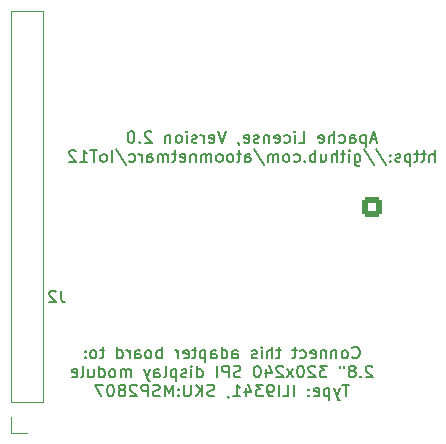
<source format=gbo>
G04 #@! TF.GenerationSoftware,KiCad,Pcbnew,(6.0.9)*
G04 #@! TF.CreationDate,2022-11-19T16:43:32+01:00*
G04 #@! TF.ProjectId,Display Adapter,44697370-6c61-4792-9041-646170746572,V1.0*
G04 #@! TF.SameCoordinates,Original*
G04 #@! TF.FileFunction,Legend,Bot*
G04 #@! TF.FilePolarity,Positive*
%FSLAX46Y46*%
G04 Gerber Fmt 4.6, Leading zero omitted, Abs format (unit mm)*
G04 Created by KiCad (PCBNEW (6.0.9)) date 2022-11-19 16:43:32*
%MOMM*%
%LPD*%
G01*
G04 APERTURE LIST*
G04 Aperture macros list*
%AMRoundRect*
0 Rectangle with rounded corners*
0 $1 Rounding radius*
0 $2 $3 $4 $5 $6 $7 $8 $9 X,Y pos of 4 corners*
0 Add a 4 corners polygon primitive as box body*
4,1,4,$2,$3,$4,$5,$6,$7,$8,$9,$2,$3,0*
0 Add four circle primitives for the rounded corners*
1,1,$1+$1,$2,$3*
1,1,$1+$1,$4,$5*
1,1,$1+$1,$6,$7*
1,1,$1+$1,$8,$9*
0 Add four rect primitives between the rounded corners*
20,1,$1+$1,$2,$3,$4,$5,0*
20,1,$1+$1,$4,$5,$6,$7,0*
20,1,$1+$1,$6,$7,$8,$9,0*
20,1,$1+$1,$8,$9,$2,$3,0*%
G04 Aperture macros list end*
%ADD10C,0.150000*%
%ADD11C,0.120000*%
%ADD12RoundRect,0.250000X-0.600000X0.600000X-0.600000X-0.600000X0.600000X-0.600000X0.600000X0.600000X0*%
%ADD13C,1.700000*%
%ADD14R,1.700000X1.700000*%
%ADD15O,1.700000X1.700000*%
G04 APERTURE END LIST*
D10*
X159613809Y-114317142D02*
X159661428Y-114364761D01*
X159804285Y-114412380D01*
X159899523Y-114412380D01*
X160042380Y-114364761D01*
X160137619Y-114269523D01*
X160185238Y-114174285D01*
X160232857Y-113983809D01*
X160232857Y-113840952D01*
X160185238Y-113650476D01*
X160137619Y-113555238D01*
X160042380Y-113460000D01*
X159899523Y-113412380D01*
X159804285Y-113412380D01*
X159661428Y-113460000D01*
X159613809Y-113507619D01*
X159042380Y-114412380D02*
X159137619Y-114364761D01*
X159185238Y-114317142D01*
X159232857Y-114221904D01*
X159232857Y-113936190D01*
X159185238Y-113840952D01*
X159137619Y-113793333D01*
X159042380Y-113745714D01*
X158899523Y-113745714D01*
X158804285Y-113793333D01*
X158756666Y-113840952D01*
X158709047Y-113936190D01*
X158709047Y-114221904D01*
X158756666Y-114317142D01*
X158804285Y-114364761D01*
X158899523Y-114412380D01*
X159042380Y-114412380D01*
X158280476Y-113745714D02*
X158280476Y-114412380D01*
X158280476Y-113840952D02*
X158232857Y-113793333D01*
X158137619Y-113745714D01*
X157994761Y-113745714D01*
X157899523Y-113793333D01*
X157851904Y-113888571D01*
X157851904Y-114412380D01*
X157375714Y-113745714D02*
X157375714Y-114412380D01*
X157375714Y-113840952D02*
X157328095Y-113793333D01*
X157232857Y-113745714D01*
X157090000Y-113745714D01*
X156994761Y-113793333D01*
X156947142Y-113888571D01*
X156947142Y-114412380D01*
X156090000Y-114364761D02*
X156185238Y-114412380D01*
X156375714Y-114412380D01*
X156470952Y-114364761D01*
X156518571Y-114269523D01*
X156518571Y-113888571D01*
X156470952Y-113793333D01*
X156375714Y-113745714D01*
X156185238Y-113745714D01*
X156090000Y-113793333D01*
X156042380Y-113888571D01*
X156042380Y-113983809D01*
X156518571Y-114079047D01*
X155185238Y-114364761D02*
X155280476Y-114412380D01*
X155470952Y-114412380D01*
X155566190Y-114364761D01*
X155613809Y-114317142D01*
X155661428Y-114221904D01*
X155661428Y-113936190D01*
X155613809Y-113840952D01*
X155566190Y-113793333D01*
X155470952Y-113745714D01*
X155280476Y-113745714D01*
X155185238Y-113793333D01*
X154899523Y-113745714D02*
X154518571Y-113745714D01*
X154756666Y-113412380D02*
X154756666Y-114269523D01*
X154709047Y-114364761D01*
X154613809Y-114412380D01*
X154518571Y-114412380D01*
X153566190Y-113745714D02*
X153185238Y-113745714D01*
X153423333Y-113412380D02*
X153423333Y-114269523D01*
X153375714Y-114364761D01*
X153280476Y-114412380D01*
X153185238Y-114412380D01*
X152851904Y-114412380D02*
X152851904Y-113412380D01*
X152423333Y-114412380D02*
X152423333Y-113888571D01*
X152470952Y-113793333D01*
X152566190Y-113745714D01*
X152709047Y-113745714D01*
X152804285Y-113793333D01*
X152851904Y-113840952D01*
X151947142Y-114412380D02*
X151947142Y-113745714D01*
X151947142Y-113412380D02*
X151994761Y-113460000D01*
X151947142Y-113507619D01*
X151899523Y-113460000D01*
X151947142Y-113412380D01*
X151947142Y-113507619D01*
X151518571Y-114364761D02*
X151423333Y-114412380D01*
X151232857Y-114412380D01*
X151137619Y-114364761D01*
X151090000Y-114269523D01*
X151090000Y-114221904D01*
X151137619Y-114126666D01*
X151232857Y-114079047D01*
X151375714Y-114079047D01*
X151470952Y-114031428D01*
X151518571Y-113936190D01*
X151518571Y-113888571D01*
X151470952Y-113793333D01*
X151375714Y-113745714D01*
X151232857Y-113745714D01*
X151137619Y-113793333D01*
X149470952Y-114412380D02*
X149470952Y-113888571D01*
X149518571Y-113793333D01*
X149613809Y-113745714D01*
X149804285Y-113745714D01*
X149899523Y-113793333D01*
X149470952Y-114364761D02*
X149566190Y-114412380D01*
X149804285Y-114412380D01*
X149899523Y-114364761D01*
X149947142Y-114269523D01*
X149947142Y-114174285D01*
X149899523Y-114079047D01*
X149804285Y-114031428D01*
X149566190Y-114031428D01*
X149470952Y-113983809D01*
X148566190Y-114412380D02*
X148566190Y-113412380D01*
X148566190Y-114364761D02*
X148661428Y-114412380D01*
X148851904Y-114412380D01*
X148947142Y-114364761D01*
X148994761Y-114317142D01*
X149042380Y-114221904D01*
X149042380Y-113936190D01*
X148994761Y-113840952D01*
X148947142Y-113793333D01*
X148851904Y-113745714D01*
X148661428Y-113745714D01*
X148566190Y-113793333D01*
X147661428Y-114412380D02*
X147661428Y-113888571D01*
X147709047Y-113793333D01*
X147804285Y-113745714D01*
X147994761Y-113745714D01*
X148090000Y-113793333D01*
X147661428Y-114364761D02*
X147756666Y-114412380D01*
X147994761Y-114412380D01*
X148090000Y-114364761D01*
X148137619Y-114269523D01*
X148137619Y-114174285D01*
X148090000Y-114079047D01*
X147994761Y-114031428D01*
X147756666Y-114031428D01*
X147661428Y-113983809D01*
X147185238Y-113745714D02*
X147185238Y-114745714D01*
X147185238Y-113793333D02*
X147090000Y-113745714D01*
X146899523Y-113745714D01*
X146804285Y-113793333D01*
X146756666Y-113840952D01*
X146709047Y-113936190D01*
X146709047Y-114221904D01*
X146756666Y-114317142D01*
X146804285Y-114364761D01*
X146899523Y-114412380D01*
X147090000Y-114412380D01*
X147185238Y-114364761D01*
X146423333Y-113745714D02*
X146042380Y-113745714D01*
X146280476Y-113412380D02*
X146280476Y-114269523D01*
X146232857Y-114364761D01*
X146137619Y-114412380D01*
X146042380Y-114412380D01*
X145328095Y-114364761D02*
X145423333Y-114412380D01*
X145613809Y-114412380D01*
X145709047Y-114364761D01*
X145756666Y-114269523D01*
X145756666Y-113888571D01*
X145709047Y-113793333D01*
X145613809Y-113745714D01*
X145423333Y-113745714D01*
X145328095Y-113793333D01*
X145280476Y-113888571D01*
X145280476Y-113983809D01*
X145756666Y-114079047D01*
X144851904Y-114412380D02*
X144851904Y-113745714D01*
X144851904Y-113936190D02*
X144804285Y-113840952D01*
X144756666Y-113793333D01*
X144661428Y-113745714D01*
X144566190Y-113745714D01*
X143470952Y-114412380D02*
X143470952Y-113412380D01*
X143470952Y-113793333D02*
X143375714Y-113745714D01*
X143185238Y-113745714D01*
X143090000Y-113793333D01*
X143042380Y-113840952D01*
X142994761Y-113936190D01*
X142994761Y-114221904D01*
X143042380Y-114317142D01*
X143090000Y-114364761D01*
X143185238Y-114412380D01*
X143375714Y-114412380D01*
X143470952Y-114364761D01*
X142423333Y-114412380D02*
X142518571Y-114364761D01*
X142566190Y-114317142D01*
X142613809Y-114221904D01*
X142613809Y-113936190D01*
X142566190Y-113840952D01*
X142518571Y-113793333D01*
X142423333Y-113745714D01*
X142280476Y-113745714D01*
X142185238Y-113793333D01*
X142137619Y-113840952D01*
X142090000Y-113936190D01*
X142090000Y-114221904D01*
X142137619Y-114317142D01*
X142185238Y-114364761D01*
X142280476Y-114412380D01*
X142423333Y-114412380D01*
X141232857Y-114412380D02*
X141232857Y-113888571D01*
X141280476Y-113793333D01*
X141375714Y-113745714D01*
X141566190Y-113745714D01*
X141661428Y-113793333D01*
X141232857Y-114364761D02*
X141328095Y-114412380D01*
X141566190Y-114412380D01*
X141661428Y-114364761D01*
X141709047Y-114269523D01*
X141709047Y-114174285D01*
X141661428Y-114079047D01*
X141566190Y-114031428D01*
X141328095Y-114031428D01*
X141232857Y-113983809D01*
X140756666Y-114412380D02*
X140756666Y-113745714D01*
X140756666Y-113936190D02*
X140709047Y-113840952D01*
X140661428Y-113793333D01*
X140566190Y-113745714D01*
X140470952Y-113745714D01*
X139709047Y-114412380D02*
X139709047Y-113412380D01*
X139709047Y-114364761D02*
X139804285Y-114412380D01*
X139994761Y-114412380D01*
X140090000Y-114364761D01*
X140137619Y-114317142D01*
X140185238Y-114221904D01*
X140185238Y-113936190D01*
X140137619Y-113840952D01*
X140090000Y-113793333D01*
X139994761Y-113745714D01*
X139804285Y-113745714D01*
X139709047Y-113793333D01*
X138613809Y-113745714D02*
X138232857Y-113745714D01*
X138470952Y-113412380D02*
X138470952Y-114269523D01*
X138423333Y-114364761D01*
X138328095Y-114412380D01*
X138232857Y-114412380D01*
X137756666Y-114412380D02*
X137851904Y-114364761D01*
X137899523Y-114317142D01*
X137947142Y-114221904D01*
X137947142Y-113936190D01*
X137899523Y-113840952D01*
X137851904Y-113793333D01*
X137756666Y-113745714D01*
X137613809Y-113745714D01*
X137518571Y-113793333D01*
X137470952Y-113840952D01*
X137423333Y-113936190D01*
X137423333Y-114221904D01*
X137470952Y-114317142D01*
X137518571Y-114364761D01*
X137613809Y-114412380D01*
X137756666Y-114412380D01*
X136994761Y-114317142D02*
X136947142Y-114364761D01*
X136994761Y-114412380D01*
X137042380Y-114364761D01*
X136994761Y-114317142D01*
X136994761Y-114412380D01*
X136994761Y-113793333D02*
X136947142Y-113840952D01*
X136994761Y-113888571D01*
X137042380Y-113840952D01*
X136994761Y-113793333D01*
X136994761Y-113888571D01*
X161328095Y-115117619D02*
X161280476Y-115070000D01*
X161185238Y-115022380D01*
X160947142Y-115022380D01*
X160851904Y-115070000D01*
X160804285Y-115117619D01*
X160756666Y-115212857D01*
X160756666Y-115308095D01*
X160804285Y-115450952D01*
X161375714Y-116022380D01*
X160756666Y-116022380D01*
X160328095Y-115927142D02*
X160280476Y-115974761D01*
X160328095Y-116022380D01*
X160375714Y-115974761D01*
X160328095Y-115927142D01*
X160328095Y-116022380D01*
X159709047Y-115450952D02*
X159804285Y-115403333D01*
X159851904Y-115355714D01*
X159899523Y-115260476D01*
X159899523Y-115212857D01*
X159851904Y-115117619D01*
X159804285Y-115070000D01*
X159709047Y-115022380D01*
X159518571Y-115022380D01*
X159423333Y-115070000D01*
X159375714Y-115117619D01*
X159328095Y-115212857D01*
X159328095Y-115260476D01*
X159375714Y-115355714D01*
X159423333Y-115403333D01*
X159518571Y-115450952D01*
X159709047Y-115450952D01*
X159804285Y-115498571D01*
X159851904Y-115546190D01*
X159899523Y-115641428D01*
X159899523Y-115831904D01*
X159851904Y-115927142D01*
X159804285Y-115974761D01*
X159709047Y-116022380D01*
X159518571Y-116022380D01*
X159423333Y-115974761D01*
X159375714Y-115927142D01*
X159328095Y-115831904D01*
X159328095Y-115641428D01*
X159375714Y-115546190D01*
X159423333Y-115498571D01*
X159518571Y-115450952D01*
X158947142Y-115022380D02*
X158947142Y-115212857D01*
X158566190Y-115022380D02*
X158566190Y-115212857D01*
X157470952Y-115022380D02*
X156851904Y-115022380D01*
X157185238Y-115403333D01*
X157042380Y-115403333D01*
X156947142Y-115450952D01*
X156899523Y-115498571D01*
X156851904Y-115593809D01*
X156851904Y-115831904D01*
X156899523Y-115927142D01*
X156947142Y-115974761D01*
X157042380Y-116022380D01*
X157328095Y-116022380D01*
X157423333Y-115974761D01*
X157470952Y-115927142D01*
X156470952Y-115117619D02*
X156423333Y-115070000D01*
X156328095Y-115022380D01*
X156090000Y-115022380D01*
X155994761Y-115070000D01*
X155947142Y-115117619D01*
X155899523Y-115212857D01*
X155899523Y-115308095D01*
X155947142Y-115450952D01*
X156518571Y-116022380D01*
X155899523Y-116022380D01*
X155280476Y-115022380D02*
X155185238Y-115022380D01*
X155090000Y-115070000D01*
X155042380Y-115117619D01*
X154994761Y-115212857D01*
X154947142Y-115403333D01*
X154947142Y-115641428D01*
X154994761Y-115831904D01*
X155042380Y-115927142D01*
X155090000Y-115974761D01*
X155185238Y-116022380D01*
X155280476Y-116022380D01*
X155375714Y-115974761D01*
X155423333Y-115927142D01*
X155470952Y-115831904D01*
X155518571Y-115641428D01*
X155518571Y-115403333D01*
X155470952Y-115212857D01*
X155423333Y-115117619D01*
X155375714Y-115070000D01*
X155280476Y-115022380D01*
X154613809Y-116022380D02*
X154090000Y-115355714D01*
X154613809Y-115355714D02*
X154090000Y-116022380D01*
X153756666Y-115117619D02*
X153709047Y-115070000D01*
X153613809Y-115022380D01*
X153375714Y-115022380D01*
X153280476Y-115070000D01*
X153232857Y-115117619D01*
X153185238Y-115212857D01*
X153185238Y-115308095D01*
X153232857Y-115450952D01*
X153804285Y-116022380D01*
X153185238Y-116022380D01*
X152328095Y-115355714D02*
X152328095Y-116022380D01*
X152566190Y-114974761D02*
X152804285Y-115689047D01*
X152185238Y-115689047D01*
X151613809Y-115022380D02*
X151518571Y-115022380D01*
X151423333Y-115070000D01*
X151375714Y-115117619D01*
X151328095Y-115212857D01*
X151280476Y-115403333D01*
X151280476Y-115641428D01*
X151328095Y-115831904D01*
X151375714Y-115927142D01*
X151423333Y-115974761D01*
X151518571Y-116022380D01*
X151613809Y-116022380D01*
X151709047Y-115974761D01*
X151756666Y-115927142D01*
X151804285Y-115831904D01*
X151851904Y-115641428D01*
X151851904Y-115403333D01*
X151804285Y-115212857D01*
X151756666Y-115117619D01*
X151709047Y-115070000D01*
X151613809Y-115022380D01*
X150137619Y-115974761D02*
X149994761Y-116022380D01*
X149756666Y-116022380D01*
X149661428Y-115974761D01*
X149613809Y-115927142D01*
X149566190Y-115831904D01*
X149566190Y-115736666D01*
X149613809Y-115641428D01*
X149661428Y-115593809D01*
X149756666Y-115546190D01*
X149947142Y-115498571D01*
X150042380Y-115450952D01*
X150090000Y-115403333D01*
X150137619Y-115308095D01*
X150137619Y-115212857D01*
X150090000Y-115117619D01*
X150042380Y-115070000D01*
X149947142Y-115022380D01*
X149709047Y-115022380D01*
X149566190Y-115070000D01*
X149137619Y-116022380D02*
X149137619Y-115022380D01*
X148756666Y-115022380D01*
X148661428Y-115070000D01*
X148613809Y-115117619D01*
X148566190Y-115212857D01*
X148566190Y-115355714D01*
X148613809Y-115450952D01*
X148661428Y-115498571D01*
X148756666Y-115546190D01*
X149137619Y-115546190D01*
X148137619Y-116022380D02*
X148137619Y-115022380D01*
X146470952Y-116022380D02*
X146470952Y-115022380D01*
X146470952Y-115974761D02*
X146566190Y-116022380D01*
X146756666Y-116022380D01*
X146851904Y-115974761D01*
X146899523Y-115927142D01*
X146947142Y-115831904D01*
X146947142Y-115546190D01*
X146899523Y-115450952D01*
X146851904Y-115403333D01*
X146756666Y-115355714D01*
X146566190Y-115355714D01*
X146470952Y-115403333D01*
X145994761Y-116022380D02*
X145994761Y-115355714D01*
X145994761Y-115022380D02*
X146042380Y-115070000D01*
X145994761Y-115117619D01*
X145947142Y-115070000D01*
X145994761Y-115022380D01*
X145994761Y-115117619D01*
X145566190Y-115974761D02*
X145470952Y-116022380D01*
X145280476Y-116022380D01*
X145185238Y-115974761D01*
X145137619Y-115879523D01*
X145137619Y-115831904D01*
X145185238Y-115736666D01*
X145280476Y-115689047D01*
X145423333Y-115689047D01*
X145518571Y-115641428D01*
X145566190Y-115546190D01*
X145566190Y-115498571D01*
X145518571Y-115403333D01*
X145423333Y-115355714D01*
X145280476Y-115355714D01*
X145185238Y-115403333D01*
X144709047Y-115355714D02*
X144709047Y-116355714D01*
X144709047Y-115403333D02*
X144613809Y-115355714D01*
X144423333Y-115355714D01*
X144328095Y-115403333D01*
X144280476Y-115450952D01*
X144232857Y-115546190D01*
X144232857Y-115831904D01*
X144280476Y-115927142D01*
X144328095Y-115974761D01*
X144423333Y-116022380D01*
X144613809Y-116022380D01*
X144709047Y-115974761D01*
X143661428Y-116022380D02*
X143756666Y-115974761D01*
X143804285Y-115879523D01*
X143804285Y-115022380D01*
X142851904Y-116022380D02*
X142851904Y-115498571D01*
X142899523Y-115403333D01*
X142994761Y-115355714D01*
X143185238Y-115355714D01*
X143280476Y-115403333D01*
X142851904Y-115974761D02*
X142947142Y-116022380D01*
X143185238Y-116022380D01*
X143280476Y-115974761D01*
X143328095Y-115879523D01*
X143328095Y-115784285D01*
X143280476Y-115689047D01*
X143185238Y-115641428D01*
X142947142Y-115641428D01*
X142851904Y-115593809D01*
X142470952Y-115355714D02*
X142232857Y-116022380D01*
X141994761Y-115355714D02*
X142232857Y-116022380D01*
X142328095Y-116260476D01*
X142375714Y-116308095D01*
X142470952Y-116355714D01*
X140851904Y-116022380D02*
X140851904Y-115355714D01*
X140851904Y-115450952D02*
X140804285Y-115403333D01*
X140709047Y-115355714D01*
X140566190Y-115355714D01*
X140470952Y-115403333D01*
X140423333Y-115498571D01*
X140423333Y-116022380D01*
X140423333Y-115498571D02*
X140375714Y-115403333D01*
X140280476Y-115355714D01*
X140137619Y-115355714D01*
X140042380Y-115403333D01*
X139994761Y-115498571D01*
X139994761Y-116022380D01*
X139375714Y-116022380D02*
X139470952Y-115974761D01*
X139518571Y-115927142D01*
X139566190Y-115831904D01*
X139566190Y-115546190D01*
X139518571Y-115450952D01*
X139470952Y-115403333D01*
X139375714Y-115355714D01*
X139232857Y-115355714D01*
X139137619Y-115403333D01*
X139090000Y-115450952D01*
X139042380Y-115546190D01*
X139042380Y-115831904D01*
X139090000Y-115927142D01*
X139137619Y-115974761D01*
X139232857Y-116022380D01*
X139375714Y-116022380D01*
X138185238Y-116022380D02*
X138185238Y-115022380D01*
X138185238Y-115974761D02*
X138280476Y-116022380D01*
X138470952Y-116022380D01*
X138566190Y-115974761D01*
X138613809Y-115927142D01*
X138661428Y-115831904D01*
X138661428Y-115546190D01*
X138613809Y-115450952D01*
X138566190Y-115403333D01*
X138470952Y-115355714D01*
X138280476Y-115355714D01*
X138185238Y-115403333D01*
X137280476Y-115355714D02*
X137280476Y-116022380D01*
X137709047Y-115355714D02*
X137709047Y-115879523D01*
X137661428Y-115974761D01*
X137566190Y-116022380D01*
X137423333Y-116022380D01*
X137328095Y-115974761D01*
X137280476Y-115927142D01*
X136661428Y-116022380D02*
X136756666Y-115974761D01*
X136804285Y-115879523D01*
X136804285Y-115022380D01*
X135899523Y-115974761D02*
X135994761Y-116022380D01*
X136185238Y-116022380D01*
X136280476Y-115974761D01*
X136328095Y-115879523D01*
X136328095Y-115498571D01*
X136280476Y-115403333D01*
X136185238Y-115355714D01*
X135994761Y-115355714D01*
X135899523Y-115403333D01*
X135851904Y-115498571D01*
X135851904Y-115593809D01*
X136328095Y-115689047D01*
X159351904Y-116632380D02*
X158780476Y-116632380D01*
X159066190Y-117632380D02*
X159066190Y-116632380D01*
X158542380Y-116965714D02*
X158304285Y-117632380D01*
X158066190Y-116965714D02*
X158304285Y-117632380D01*
X158399523Y-117870476D01*
X158447142Y-117918095D01*
X158542380Y-117965714D01*
X157685238Y-116965714D02*
X157685238Y-117965714D01*
X157685238Y-117013333D02*
X157590000Y-116965714D01*
X157399523Y-116965714D01*
X157304285Y-117013333D01*
X157256666Y-117060952D01*
X157209047Y-117156190D01*
X157209047Y-117441904D01*
X157256666Y-117537142D01*
X157304285Y-117584761D01*
X157399523Y-117632380D01*
X157590000Y-117632380D01*
X157685238Y-117584761D01*
X156399523Y-117584761D02*
X156494761Y-117632380D01*
X156685238Y-117632380D01*
X156780476Y-117584761D01*
X156828095Y-117489523D01*
X156828095Y-117108571D01*
X156780476Y-117013333D01*
X156685238Y-116965714D01*
X156494761Y-116965714D01*
X156399523Y-117013333D01*
X156351904Y-117108571D01*
X156351904Y-117203809D01*
X156828095Y-117299047D01*
X155923333Y-117537142D02*
X155875714Y-117584761D01*
X155923333Y-117632380D01*
X155970952Y-117584761D01*
X155923333Y-117537142D01*
X155923333Y-117632380D01*
X155923333Y-117013333D02*
X155875714Y-117060952D01*
X155923333Y-117108571D01*
X155970952Y-117060952D01*
X155923333Y-117013333D01*
X155923333Y-117108571D01*
X154685238Y-117632380D02*
X154685238Y-116632380D01*
X153732857Y-117632380D02*
X154209047Y-117632380D01*
X154209047Y-116632380D01*
X153399523Y-117632380D02*
X153399523Y-116632380D01*
X152875714Y-117632380D02*
X152685238Y-117632380D01*
X152590000Y-117584761D01*
X152542380Y-117537142D01*
X152447142Y-117394285D01*
X152399523Y-117203809D01*
X152399523Y-116822857D01*
X152447142Y-116727619D01*
X152494761Y-116680000D01*
X152590000Y-116632380D01*
X152780476Y-116632380D01*
X152875714Y-116680000D01*
X152923333Y-116727619D01*
X152970952Y-116822857D01*
X152970952Y-117060952D01*
X152923333Y-117156190D01*
X152875714Y-117203809D01*
X152780476Y-117251428D01*
X152590000Y-117251428D01*
X152494761Y-117203809D01*
X152447142Y-117156190D01*
X152399523Y-117060952D01*
X152066190Y-116632380D02*
X151447142Y-116632380D01*
X151780476Y-117013333D01*
X151637619Y-117013333D01*
X151542380Y-117060952D01*
X151494761Y-117108571D01*
X151447142Y-117203809D01*
X151447142Y-117441904D01*
X151494761Y-117537142D01*
X151542380Y-117584761D01*
X151637619Y-117632380D01*
X151923333Y-117632380D01*
X152018571Y-117584761D01*
X152066190Y-117537142D01*
X150590000Y-116965714D02*
X150590000Y-117632380D01*
X150828095Y-116584761D02*
X151066190Y-117299047D01*
X150447142Y-117299047D01*
X149542380Y-117632380D02*
X150113809Y-117632380D01*
X149828095Y-117632380D02*
X149828095Y-116632380D01*
X149923333Y-116775238D01*
X150018571Y-116870476D01*
X150113809Y-116918095D01*
X149066190Y-117584761D02*
X149066190Y-117632380D01*
X149113809Y-117727619D01*
X149161428Y-117775238D01*
X147923333Y-117584761D02*
X147780476Y-117632380D01*
X147542380Y-117632380D01*
X147447142Y-117584761D01*
X147399523Y-117537142D01*
X147351904Y-117441904D01*
X147351904Y-117346666D01*
X147399523Y-117251428D01*
X147447142Y-117203809D01*
X147542380Y-117156190D01*
X147732857Y-117108571D01*
X147828095Y-117060952D01*
X147875714Y-117013333D01*
X147923333Y-116918095D01*
X147923333Y-116822857D01*
X147875714Y-116727619D01*
X147828095Y-116680000D01*
X147732857Y-116632380D01*
X147494761Y-116632380D01*
X147351904Y-116680000D01*
X146923333Y-117632380D02*
X146923333Y-116632380D01*
X146351904Y-117632380D02*
X146780476Y-117060952D01*
X146351904Y-116632380D02*
X146923333Y-117203809D01*
X145923333Y-116632380D02*
X145923333Y-117441904D01*
X145875714Y-117537142D01*
X145828095Y-117584761D01*
X145732857Y-117632380D01*
X145542380Y-117632380D01*
X145447142Y-117584761D01*
X145399523Y-117537142D01*
X145351904Y-117441904D01*
X145351904Y-116632380D01*
X144875714Y-117537142D02*
X144828095Y-117584761D01*
X144875714Y-117632380D01*
X144923333Y-117584761D01*
X144875714Y-117537142D01*
X144875714Y-117632380D01*
X144875714Y-117013333D02*
X144828095Y-117060952D01*
X144875714Y-117108571D01*
X144923333Y-117060952D01*
X144875714Y-117013333D01*
X144875714Y-117108571D01*
X144399523Y-117632380D02*
X144399523Y-116632380D01*
X144066190Y-117346666D01*
X143732857Y-116632380D01*
X143732857Y-117632380D01*
X143304285Y-117584761D02*
X143161428Y-117632380D01*
X142923333Y-117632380D01*
X142828095Y-117584761D01*
X142780476Y-117537142D01*
X142732857Y-117441904D01*
X142732857Y-117346666D01*
X142780476Y-117251428D01*
X142828095Y-117203809D01*
X142923333Y-117156190D01*
X143113809Y-117108571D01*
X143209047Y-117060952D01*
X143256666Y-117013333D01*
X143304285Y-116918095D01*
X143304285Y-116822857D01*
X143256666Y-116727619D01*
X143209047Y-116680000D01*
X143113809Y-116632380D01*
X142875714Y-116632380D01*
X142732857Y-116680000D01*
X142304285Y-117632380D02*
X142304285Y-116632380D01*
X141923333Y-116632380D01*
X141828095Y-116680000D01*
X141780476Y-116727619D01*
X141732857Y-116822857D01*
X141732857Y-116965714D01*
X141780476Y-117060952D01*
X141828095Y-117108571D01*
X141923333Y-117156190D01*
X142304285Y-117156190D01*
X141351904Y-116727619D02*
X141304285Y-116680000D01*
X141209047Y-116632380D01*
X140970952Y-116632380D01*
X140875714Y-116680000D01*
X140828095Y-116727619D01*
X140780476Y-116822857D01*
X140780476Y-116918095D01*
X140828095Y-117060952D01*
X141399523Y-117632380D01*
X140780476Y-117632380D01*
X140209047Y-117060952D02*
X140304285Y-117013333D01*
X140351904Y-116965714D01*
X140399523Y-116870476D01*
X140399523Y-116822857D01*
X140351904Y-116727619D01*
X140304285Y-116680000D01*
X140209047Y-116632380D01*
X140018571Y-116632380D01*
X139923333Y-116680000D01*
X139875714Y-116727619D01*
X139828095Y-116822857D01*
X139828095Y-116870476D01*
X139875714Y-116965714D01*
X139923333Y-117013333D01*
X140018571Y-117060952D01*
X140209047Y-117060952D01*
X140304285Y-117108571D01*
X140351904Y-117156190D01*
X140399523Y-117251428D01*
X140399523Y-117441904D01*
X140351904Y-117537142D01*
X140304285Y-117584761D01*
X140209047Y-117632380D01*
X140018571Y-117632380D01*
X139923333Y-117584761D01*
X139875714Y-117537142D01*
X139828095Y-117441904D01*
X139828095Y-117251428D01*
X139875714Y-117156190D01*
X139923333Y-117108571D01*
X140018571Y-117060952D01*
X139209047Y-116632380D02*
X139113809Y-116632380D01*
X139018571Y-116680000D01*
X138970952Y-116727619D01*
X138923333Y-116822857D01*
X138875714Y-117013333D01*
X138875714Y-117251428D01*
X138923333Y-117441904D01*
X138970952Y-117537142D01*
X139018571Y-117584761D01*
X139113809Y-117632380D01*
X139209047Y-117632380D01*
X139304285Y-117584761D01*
X139351904Y-117537142D01*
X139399523Y-117441904D01*
X139447142Y-117251428D01*
X139447142Y-117013333D01*
X139399523Y-116822857D01*
X139351904Y-116727619D01*
X139304285Y-116680000D01*
X139209047Y-116632380D01*
X138542380Y-116632380D02*
X137875714Y-116632380D01*
X138304285Y-117632380D01*
X161653809Y-95881666D02*
X161177619Y-95881666D01*
X161749047Y-96167380D02*
X161415714Y-95167380D01*
X161082380Y-96167380D01*
X160749047Y-95500714D02*
X160749047Y-96500714D01*
X160749047Y-95548333D02*
X160653809Y-95500714D01*
X160463333Y-95500714D01*
X160368095Y-95548333D01*
X160320476Y-95595952D01*
X160272857Y-95691190D01*
X160272857Y-95976904D01*
X160320476Y-96072142D01*
X160368095Y-96119761D01*
X160463333Y-96167380D01*
X160653809Y-96167380D01*
X160749047Y-96119761D01*
X159415714Y-96167380D02*
X159415714Y-95643571D01*
X159463333Y-95548333D01*
X159558571Y-95500714D01*
X159749047Y-95500714D01*
X159844285Y-95548333D01*
X159415714Y-96119761D02*
X159510952Y-96167380D01*
X159749047Y-96167380D01*
X159844285Y-96119761D01*
X159891904Y-96024523D01*
X159891904Y-95929285D01*
X159844285Y-95834047D01*
X159749047Y-95786428D01*
X159510952Y-95786428D01*
X159415714Y-95738809D01*
X158510952Y-96119761D02*
X158606190Y-96167380D01*
X158796666Y-96167380D01*
X158891904Y-96119761D01*
X158939523Y-96072142D01*
X158987142Y-95976904D01*
X158987142Y-95691190D01*
X158939523Y-95595952D01*
X158891904Y-95548333D01*
X158796666Y-95500714D01*
X158606190Y-95500714D01*
X158510952Y-95548333D01*
X158082380Y-96167380D02*
X158082380Y-95167380D01*
X157653809Y-96167380D02*
X157653809Y-95643571D01*
X157701428Y-95548333D01*
X157796666Y-95500714D01*
X157939523Y-95500714D01*
X158034761Y-95548333D01*
X158082380Y-95595952D01*
X156796666Y-96119761D02*
X156891904Y-96167380D01*
X157082380Y-96167380D01*
X157177619Y-96119761D01*
X157225238Y-96024523D01*
X157225238Y-95643571D01*
X157177619Y-95548333D01*
X157082380Y-95500714D01*
X156891904Y-95500714D01*
X156796666Y-95548333D01*
X156749047Y-95643571D01*
X156749047Y-95738809D01*
X157225238Y-95834047D01*
X155082380Y-96167380D02*
X155558571Y-96167380D01*
X155558571Y-95167380D01*
X154749047Y-96167380D02*
X154749047Y-95500714D01*
X154749047Y-95167380D02*
X154796666Y-95215000D01*
X154749047Y-95262619D01*
X154701428Y-95215000D01*
X154749047Y-95167380D01*
X154749047Y-95262619D01*
X153844285Y-96119761D02*
X153939523Y-96167380D01*
X154130000Y-96167380D01*
X154225238Y-96119761D01*
X154272857Y-96072142D01*
X154320476Y-95976904D01*
X154320476Y-95691190D01*
X154272857Y-95595952D01*
X154225238Y-95548333D01*
X154130000Y-95500714D01*
X153939523Y-95500714D01*
X153844285Y-95548333D01*
X153034761Y-96119761D02*
X153130000Y-96167380D01*
X153320476Y-96167380D01*
X153415714Y-96119761D01*
X153463333Y-96024523D01*
X153463333Y-95643571D01*
X153415714Y-95548333D01*
X153320476Y-95500714D01*
X153130000Y-95500714D01*
X153034761Y-95548333D01*
X152987142Y-95643571D01*
X152987142Y-95738809D01*
X153463333Y-95834047D01*
X152558571Y-95500714D02*
X152558571Y-96167380D01*
X152558571Y-95595952D02*
X152510952Y-95548333D01*
X152415714Y-95500714D01*
X152272857Y-95500714D01*
X152177619Y-95548333D01*
X152130000Y-95643571D01*
X152130000Y-96167380D01*
X151701428Y-96119761D02*
X151606190Y-96167380D01*
X151415714Y-96167380D01*
X151320476Y-96119761D01*
X151272857Y-96024523D01*
X151272857Y-95976904D01*
X151320476Y-95881666D01*
X151415714Y-95834047D01*
X151558571Y-95834047D01*
X151653809Y-95786428D01*
X151701428Y-95691190D01*
X151701428Y-95643571D01*
X151653809Y-95548333D01*
X151558571Y-95500714D01*
X151415714Y-95500714D01*
X151320476Y-95548333D01*
X150463333Y-96119761D02*
X150558571Y-96167380D01*
X150749047Y-96167380D01*
X150844285Y-96119761D01*
X150891904Y-96024523D01*
X150891904Y-95643571D01*
X150844285Y-95548333D01*
X150749047Y-95500714D01*
X150558571Y-95500714D01*
X150463333Y-95548333D01*
X150415714Y-95643571D01*
X150415714Y-95738809D01*
X150891904Y-95834047D01*
X149939523Y-96119761D02*
X149939523Y-96167380D01*
X149987142Y-96262619D01*
X150034761Y-96310238D01*
X148891904Y-95167380D02*
X148558571Y-96167380D01*
X148225238Y-95167380D01*
X147510952Y-96119761D02*
X147606190Y-96167380D01*
X147796666Y-96167380D01*
X147891904Y-96119761D01*
X147939523Y-96024523D01*
X147939523Y-95643571D01*
X147891904Y-95548333D01*
X147796666Y-95500714D01*
X147606190Y-95500714D01*
X147510952Y-95548333D01*
X147463333Y-95643571D01*
X147463333Y-95738809D01*
X147939523Y-95834047D01*
X147034761Y-96167380D02*
X147034761Y-95500714D01*
X147034761Y-95691190D02*
X146987142Y-95595952D01*
X146939523Y-95548333D01*
X146844285Y-95500714D01*
X146749047Y-95500714D01*
X146463333Y-96119761D02*
X146368095Y-96167380D01*
X146177619Y-96167380D01*
X146082380Y-96119761D01*
X146034761Y-96024523D01*
X146034761Y-95976904D01*
X146082380Y-95881666D01*
X146177619Y-95834047D01*
X146320476Y-95834047D01*
X146415714Y-95786428D01*
X146463333Y-95691190D01*
X146463333Y-95643571D01*
X146415714Y-95548333D01*
X146320476Y-95500714D01*
X146177619Y-95500714D01*
X146082380Y-95548333D01*
X145606190Y-96167380D02*
X145606190Y-95500714D01*
X145606190Y-95167380D02*
X145653809Y-95215000D01*
X145606190Y-95262619D01*
X145558571Y-95215000D01*
X145606190Y-95167380D01*
X145606190Y-95262619D01*
X144987142Y-96167380D02*
X145082380Y-96119761D01*
X145130000Y-96072142D01*
X145177619Y-95976904D01*
X145177619Y-95691190D01*
X145130000Y-95595952D01*
X145082380Y-95548333D01*
X144987142Y-95500714D01*
X144844285Y-95500714D01*
X144749047Y-95548333D01*
X144701428Y-95595952D01*
X144653809Y-95691190D01*
X144653809Y-95976904D01*
X144701428Y-96072142D01*
X144749047Y-96119761D01*
X144844285Y-96167380D01*
X144987142Y-96167380D01*
X144225238Y-95500714D02*
X144225238Y-96167380D01*
X144225238Y-95595952D02*
X144177619Y-95548333D01*
X144082380Y-95500714D01*
X143939523Y-95500714D01*
X143844285Y-95548333D01*
X143796666Y-95643571D01*
X143796666Y-96167380D01*
X142606190Y-95262619D02*
X142558571Y-95215000D01*
X142463333Y-95167380D01*
X142225238Y-95167380D01*
X142130000Y-95215000D01*
X142082380Y-95262619D01*
X142034761Y-95357857D01*
X142034761Y-95453095D01*
X142082380Y-95595952D01*
X142653809Y-96167380D01*
X142034761Y-96167380D01*
X141606190Y-96072142D02*
X141558571Y-96119761D01*
X141606190Y-96167380D01*
X141653809Y-96119761D01*
X141606190Y-96072142D01*
X141606190Y-96167380D01*
X140939523Y-95167380D02*
X140844285Y-95167380D01*
X140749047Y-95215000D01*
X140701428Y-95262619D01*
X140653809Y-95357857D01*
X140606190Y-95548333D01*
X140606190Y-95786428D01*
X140653809Y-95976904D01*
X140701428Y-96072142D01*
X140749047Y-96119761D01*
X140844285Y-96167380D01*
X140939523Y-96167380D01*
X141034761Y-96119761D01*
X141082380Y-96072142D01*
X141130000Y-95976904D01*
X141177619Y-95786428D01*
X141177619Y-95548333D01*
X141130000Y-95357857D01*
X141082380Y-95262619D01*
X141034761Y-95215000D01*
X140939523Y-95167380D01*
X166582380Y-97777380D02*
X166582380Y-96777380D01*
X166153809Y-97777380D02*
X166153809Y-97253571D01*
X166201428Y-97158333D01*
X166296666Y-97110714D01*
X166439523Y-97110714D01*
X166534761Y-97158333D01*
X166582380Y-97205952D01*
X165820476Y-97110714D02*
X165439523Y-97110714D01*
X165677619Y-96777380D02*
X165677619Y-97634523D01*
X165630000Y-97729761D01*
X165534761Y-97777380D01*
X165439523Y-97777380D01*
X165249047Y-97110714D02*
X164868095Y-97110714D01*
X165106190Y-96777380D02*
X165106190Y-97634523D01*
X165058571Y-97729761D01*
X164963333Y-97777380D01*
X164868095Y-97777380D01*
X164534761Y-97110714D02*
X164534761Y-98110714D01*
X164534761Y-97158333D02*
X164439523Y-97110714D01*
X164249047Y-97110714D01*
X164153809Y-97158333D01*
X164106190Y-97205952D01*
X164058571Y-97301190D01*
X164058571Y-97586904D01*
X164106190Y-97682142D01*
X164153809Y-97729761D01*
X164249047Y-97777380D01*
X164439523Y-97777380D01*
X164534761Y-97729761D01*
X163677619Y-97729761D02*
X163582380Y-97777380D01*
X163391904Y-97777380D01*
X163296666Y-97729761D01*
X163249047Y-97634523D01*
X163249047Y-97586904D01*
X163296666Y-97491666D01*
X163391904Y-97444047D01*
X163534761Y-97444047D01*
X163630000Y-97396428D01*
X163677619Y-97301190D01*
X163677619Y-97253571D01*
X163630000Y-97158333D01*
X163534761Y-97110714D01*
X163391904Y-97110714D01*
X163296666Y-97158333D01*
X162820476Y-97682142D02*
X162772857Y-97729761D01*
X162820476Y-97777380D01*
X162868095Y-97729761D01*
X162820476Y-97682142D01*
X162820476Y-97777380D01*
X162820476Y-97158333D02*
X162772857Y-97205952D01*
X162820476Y-97253571D01*
X162868095Y-97205952D01*
X162820476Y-97158333D01*
X162820476Y-97253571D01*
X161630000Y-96729761D02*
X162487142Y-98015476D01*
X160582380Y-96729761D02*
X161439523Y-98015476D01*
X159820476Y-97110714D02*
X159820476Y-97920238D01*
X159868095Y-98015476D01*
X159915714Y-98063095D01*
X160010952Y-98110714D01*
X160153809Y-98110714D01*
X160249047Y-98063095D01*
X159820476Y-97729761D02*
X159915714Y-97777380D01*
X160106190Y-97777380D01*
X160201428Y-97729761D01*
X160249047Y-97682142D01*
X160296666Y-97586904D01*
X160296666Y-97301190D01*
X160249047Y-97205952D01*
X160201428Y-97158333D01*
X160106190Y-97110714D01*
X159915714Y-97110714D01*
X159820476Y-97158333D01*
X159344285Y-97777380D02*
X159344285Y-97110714D01*
X159344285Y-96777380D02*
X159391904Y-96825000D01*
X159344285Y-96872619D01*
X159296666Y-96825000D01*
X159344285Y-96777380D01*
X159344285Y-96872619D01*
X159010952Y-97110714D02*
X158630000Y-97110714D01*
X158868095Y-96777380D02*
X158868095Y-97634523D01*
X158820476Y-97729761D01*
X158725238Y-97777380D01*
X158630000Y-97777380D01*
X158296666Y-97777380D02*
X158296666Y-96777380D01*
X157868095Y-97777380D02*
X157868095Y-97253571D01*
X157915714Y-97158333D01*
X158010952Y-97110714D01*
X158153809Y-97110714D01*
X158249047Y-97158333D01*
X158296666Y-97205952D01*
X156963333Y-97110714D02*
X156963333Y-97777380D01*
X157391904Y-97110714D02*
X157391904Y-97634523D01*
X157344285Y-97729761D01*
X157249047Y-97777380D01*
X157106190Y-97777380D01*
X157010952Y-97729761D01*
X156963333Y-97682142D01*
X156487142Y-97777380D02*
X156487142Y-96777380D01*
X156487142Y-97158333D02*
X156391904Y-97110714D01*
X156201428Y-97110714D01*
X156106190Y-97158333D01*
X156058571Y-97205952D01*
X156010952Y-97301190D01*
X156010952Y-97586904D01*
X156058571Y-97682142D01*
X156106190Y-97729761D01*
X156201428Y-97777380D01*
X156391904Y-97777380D01*
X156487142Y-97729761D01*
X155582380Y-97682142D02*
X155534761Y-97729761D01*
X155582380Y-97777380D01*
X155630000Y-97729761D01*
X155582380Y-97682142D01*
X155582380Y-97777380D01*
X154677619Y-97729761D02*
X154772857Y-97777380D01*
X154963333Y-97777380D01*
X155058571Y-97729761D01*
X155106190Y-97682142D01*
X155153809Y-97586904D01*
X155153809Y-97301190D01*
X155106190Y-97205952D01*
X155058571Y-97158333D01*
X154963333Y-97110714D01*
X154772857Y-97110714D01*
X154677619Y-97158333D01*
X154106190Y-97777380D02*
X154201428Y-97729761D01*
X154249047Y-97682142D01*
X154296666Y-97586904D01*
X154296666Y-97301190D01*
X154249047Y-97205952D01*
X154201428Y-97158333D01*
X154106190Y-97110714D01*
X153963333Y-97110714D01*
X153868095Y-97158333D01*
X153820476Y-97205952D01*
X153772857Y-97301190D01*
X153772857Y-97586904D01*
X153820476Y-97682142D01*
X153868095Y-97729761D01*
X153963333Y-97777380D01*
X154106190Y-97777380D01*
X153344285Y-97777380D02*
X153344285Y-97110714D01*
X153344285Y-97205952D02*
X153296666Y-97158333D01*
X153201428Y-97110714D01*
X153058571Y-97110714D01*
X152963333Y-97158333D01*
X152915714Y-97253571D01*
X152915714Y-97777380D01*
X152915714Y-97253571D02*
X152868095Y-97158333D01*
X152772857Y-97110714D01*
X152630000Y-97110714D01*
X152534761Y-97158333D01*
X152487142Y-97253571D01*
X152487142Y-97777380D01*
X151296666Y-96729761D02*
X152153809Y-98015476D01*
X150534761Y-97777380D02*
X150534761Y-97253571D01*
X150582380Y-97158333D01*
X150677619Y-97110714D01*
X150868095Y-97110714D01*
X150963333Y-97158333D01*
X150534761Y-97729761D02*
X150630000Y-97777380D01*
X150868095Y-97777380D01*
X150963333Y-97729761D01*
X151010952Y-97634523D01*
X151010952Y-97539285D01*
X150963333Y-97444047D01*
X150868095Y-97396428D01*
X150630000Y-97396428D01*
X150534761Y-97348809D01*
X150201428Y-97110714D02*
X149820476Y-97110714D01*
X150058571Y-96777380D02*
X150058571Y-97634523D01*
X150010952Y-97729761D01*
X149915714Y-97777380D01*
X149820476Y-97777380D01*
X149344285Y-97777380D02*
X149439523Y-97729761D01*
X149487142Y-97682142D01*
X149534761Y-97586904D01*
X149534761Y-97301190D01*
X149487142Y-97205952D01*
X149439523Y-97158333D01*
X149344285Y-97110714D01*
X149201428Y-97110714D01*
X149106190Y-97158333D01*
X149058571Y-97205952D01*
X149010952Y-97301190D01*
X149010952Y-97586904D01*
X149058571Y-97682142D01*
X149106190Y-97729761D01*
X149201428Y-97777380D01*
X149344285Y-97777380D01*
X148439523Y-97777380D02*
X148534761Y-97729761D01*
X148582380Y-97682142D01*
X148630000Y-97586904D01*
X148630000Y-97301190D01*
X148582380Y-97205952D01*
X148534761Y-97158333D01*
X148439523Y-97110714D01*
X148296666Y-97110714D01*
X148201428Y-97158333D01*
X148153809Y-97205952D01*
X148106190Y-97301190D01*
X148106190Y-97586904D01*
X148153809Y-97682142D01*
X148201428Y-97729761D01*
X148296666Y-97777380D01*
X148439523Y-97777380D01*
X147677619Y-97777380D02*
X147677619Y-97110714D01*
X147677619Y-97205952D02*
X147630000Y-97158333D01*
X147534761Y-97110714D01*
X147391904Y-97110714D01*
X147296666Y-97158333D01*
X147249047Y-97253571D01*
X147249047Y-97777380D01*
X147249047Y-97253571D02*
X147201428Y-97158333D01*
X147106190Y-97110714D01*
X146963333Y-97110714D01*
X146868095Y-97158333D01*
X146820476Y-97253571D01*
X146820476Y-97777380D01*
X146344285Y-97110714D02*
X146344285Y-97777380D01*
X146344285Y-97205952D02*
X146296666Y-97158333D01*
X146201428Y-97110714D01*
X146058571Y-97110714D01*
X145963333Y-97158333D01*
X145915714Y-97253571D01*
X145915714Y-97777380D01*
X145058571Y-97729761D02*
X145153809Y-97777380D01*
X145344285Y-97777380D01*
X145439523Y-97729761D01*
X145487142Y-97634523D01*
X145487142Y-97253571D01*
X145439523Y-97158333D01*
X145344285Y-97110714D01*
X145153809Y-97110714D01*
X145058571Y-97158333D01*
X145010952Y-97253571D01*
X145010952Y-97348809D01*
X145487142Y-97444047D01*
X144725238Y-97110714D02*
X144344285Y-97110714D01*
X144582380Y-96777380D02*
X144582380Y-97634523D01*
X144534761Y-97729761D01*
X144439523Y-97777380D01*
X144344285Y-97777380D01*
X144010952Y-97777380D02*
X144010952Y-97110714D01*
X144010952Y-97205952D02*
X143963333Y-97158333D01*
X143868095Y-97110714D01*
X143725238Y-97110714D01*
X143630000Y-97158333D01*
X143582380Y-97253571D01*
X143582380Y-97777380D01*
X143582380Y-97253571D02*
X143534761Y-97158333D01*
X143439523Y-97110714D01*
X143296666Y-97110714D01*
X143201428Y-97158333D01*
X143153809Y-97253571D01*
X143153809Y-97777380D01*
X142249047Y-97777380D02*
X142249047Y-97253571D01*
X142296666Y-97158333D01*
X142391904Y-97110714D01*
X142582380Y-97110714D01*
X142677619Y-97158333D01*
X142249047Y-97729761D02*
X142344285Y-97777380D01*
X142582380Y-97777380D01*
X142677619Y-97729761D01*
X142725238Y-97634523D01*
X142725238Y-97539285D01*
X142677619Y-97444047D01*
X142582380Y-97396428D01*
X142344285Y-97396428D01*
X142249047Y-97348809D01*
X141772857Y-97777380D02*
X141772857Y-97110714D01*
X141772857Y-97301190D02*
X141725238Y-97205952D01*
X141677619Y-97158333D01*
X141582380Y-97110714D01*
X141487142Y-97110714D01*
X140725238Y-97729761D02*
X140820476Y-97777380D01*
X141010952Y-97777380D01*
X141106190Y-97729761D01*
X141153809Y-97682142D01*
X141201428Y-97586904D01*
X141201428Y-97301190D01*
X141153809Y-97205952D01*
X141106190Y-97158333D01*
X141010952Y-97110714D01*
X140820476Y-97110714D01*
X140725238Y-97158333D01*
X139582380Y-96729761D02*
X140439523Y-98015476D01*
X139249047Y-97777380D02*
X139249047Y-96777380D01*
X138630000Y-97777380D02*
X138725238Y-97729761D01*
X138772857Y-97682142D01*
X138820476Y-97586904D01*
X138820476Y-97301190D01*
X138772857Y-97205952D01*
X138725238Y-97158333D01*
X138630000Y-97110714D01*
X138487142Y-97110714D01*
X138391904Y-97158333D01*
X138344285Y-97205952D01*
X138296666Y-97301190D01*
X138296666Y-97586904D01*
X138344285Y-97682142D01*
X138391904Y-97729761D01*
X138487142Y-97777380D01*
X138630000Y-97777380D01*
X138010952Y-96777380D02*
X137439523Y-96777380D01*
X137725238Y-97777380D02*
X137725238Y-96777380D01*
X136582380Y-97777380D02*
X137153809Y-97777380D01*
X136868095Y-97777380D02*
X136868095Y-96777380D01*
X136963333Y-96920238D01*
X137058571Y-97015476D01*
X137153809Y-97063095D01*
X136201428Y-96872619D02*
X136153809Y-96825000D01*
X136058571Y-96777380D01*
X135820476Y-96777380D01*
X135725238Y-96825000D01*
X135677619Y-96872619D01*
X135630000Y-96967857D01*
X135630000Y-97063095D01*
X135677619Y-97205952D01*
X136249047Y-97777380D01*
X135630000Y-97777380D01*
X134953333Y-108672380D02*
X134953333Y-109386666D01*
X135000952Y-109529523D01*
X135096190Y-109624761D01*
X135239047Y-109672380D01*
X135334285Y-109672380D01*
X134524761Y-108767619D02*
X134477142Y-108720000D01*
X134381904Y-108672380D01*
X134143809Y-108672380D01*
X134048571Y-108720000D01*
X134000952Y-108767619D01*
X133953333Y-108862857D01*
X133953333Y-108958095D01*
X134000952Y-109100952D01*
X134572380Y-109672380D01*
X133953333Y-109672380D01*
D11*
X130750000Y-118110000D02*
X133410000Y-118110000D01*
X130750000Y-120710000D02*
X132080000Y-120710000D01*
X130750000Y-118110000D02*
X130750000Y-85030000D01*
X133410000Y-118110000D02*
X133410000Y-85030000D01*
X130750000Y-85030000D02*
X133410000Y-85030000D01*
X130750000Y-119380000D02*
X130750000Y-120710000D01*
%LPC*%
D12*
X161290000Y-101600000D03*
D13*
X161290000Y-104140000D03*
X158750000Y-101600000D03*
X158750000Y-104140000D03*
X156210000Y-101600000D03*
X156210000Y-104140000D03*
X153670000Y-101600000D03*
X153670000Y-104140000D03*
X151130000Y-101600000D03*
X151130000Y-104140000D03*
X148590000Y-101600000D03*
X148590000Y-104140000D03*
X146050000Y-101600000D03*
X146050000Y-104140000D03*
D14*
X132080000Y-119380000D03*
D15*
X132080000Y-116840000D03*
X132080000Y-114300000D03*
X132080000Y-111760000D03*
X132080000Y-109220000D03*
X132080000Y-106680000D03*
X132080000Y-104140000D03*
X132080000Y-101600000D03*
X132080000Y-99060000D03*
X132080000Y-96520000D03*
X132080000Y-93980000D03*
X132080000Y-91440000D03*
X132080000Y-88900000D03*
X132080000Y-86360000D03*
M02*

</source>
